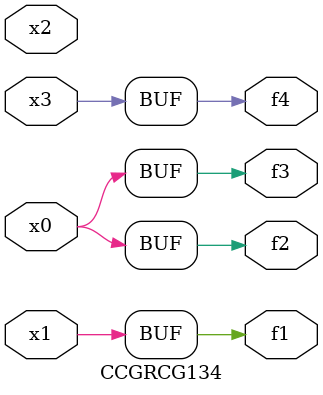
<source format=v>
module CCGRCG134(
	input x0, x1, x2, x3,
	output f1, f2, f3, f4
);
	assign f1 = x1;
	assign f2 = x0;
	assign f3 = x0;
	assign f4 = x3;
endmodule

</source>
